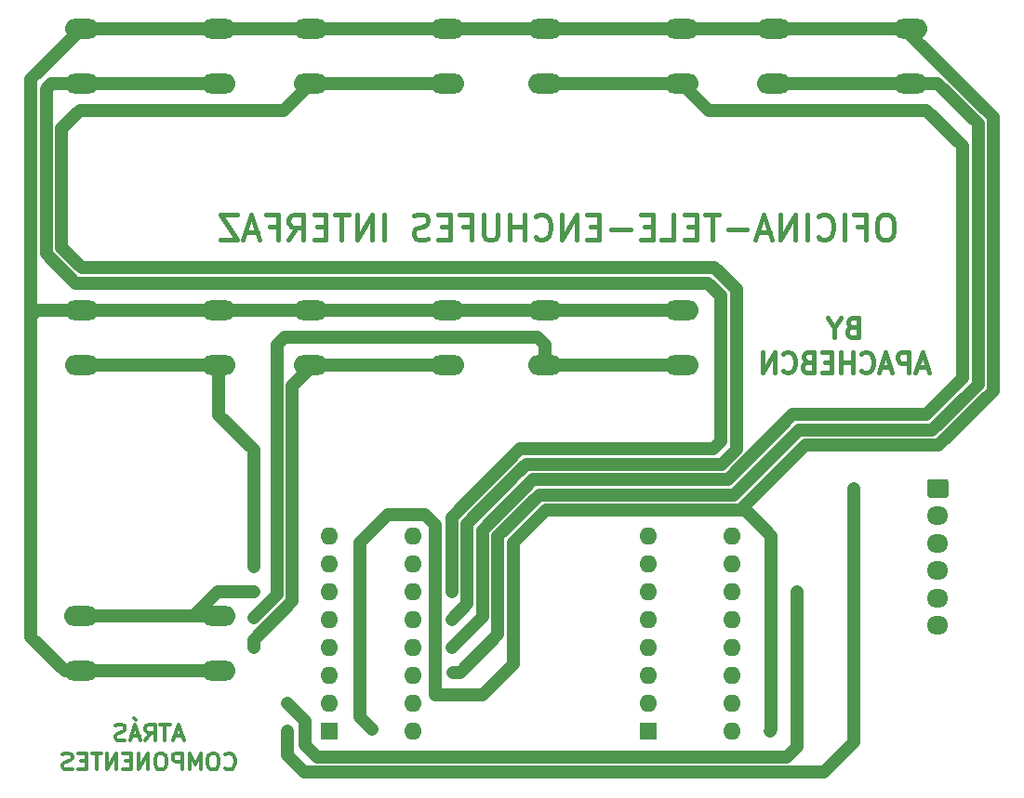
<source format=gbr>
%TF.GenerationSoftware,KiCad,Pcbnew,5.1.10*%
%TF.CreationDate,2021-07-27T03:07:11+02:00*%
%TF.ProjectId,OFICINA-TELE-ENCHUFES-INTERFAZ,4f464943-494e-4412-9d54-454c452d454e,rev?*%
%TF.SameCoordinates,Original*%
%TF.FileFunction,Copper,L2,Bot*%
%TF.FilePolarity,Positive*%
%FSLAX46Y46*%
G04 Gerber Fmt 4.6, Leading zero omitted, Abs format (unit mm)*
G04 Created by KiCad (PCBNEW 5.1.10) date 2021-07-27 03:07:11*
%MOMM*%
%LPD*%
G01*
G04 APERTURE LIST*
%TA.AperFunction,NonConductor*%
%ADD10C,0.450000*%
%TD*%
%TA.AperFunction,NonConductor*%
%ADD11C,0.375000*%
%TD*%
%TA.AperFunction,ComponentPad*%
%ADD12O,1.600000X1.600000*%
%TD*%
%TA.AperFunction,ComponentPad*%
%ADD13R,1.600000X1.600000*%
%TD*%
%TA.AperFunction,ComponentPad*%
%ADD14O,3.048000X1.850000*%
%TD*%
%TA.AperFunction,ComponentPad*%
%ADD15O,1.950000X1.700000*%
%TD*%
%TA.AperFunction,ViaPad*%
%ADD16C,0.800000*%
%TD*%
%TA.AperFunction,Conductor*%
%ADD17C,1.200000*%
%TD*%
%TA.AperFunction,Conductor*%
%ADD18C,0.800000*%
%TD*%
G04 APERTURE END LIST*
D10*
X187198285Y-78288476D02*
X186760190Y-78288476D01*
X186541142Y-78398000D01*
X186322095Y-78617047D01*
X186212571Y-79055142D01*
X186212571Y-79821809D01*
X186322095Y-80259904D01*
X186541142Y-80478952D01*
X186760190Y-80588476D01*
X187198285Y-80588476D01*
X187417333Y-80478952D01*
X187636380Y-80259904D01*
X187745904Y-79821809D01*
X187745904Y-79055142D01*
X187636380Y-78617047D01*
X187417333Y-78398000D01*
X187198285Y-78288476D01*
X184460190Y-79383714D02*
X185226857Y-79383714D01*
X185226857Y-80588476D02*
X185226857Y-78288476D01*
X184131619Y-78288476D01*
X183255428Y-80588476D02*
X183255428Y-78288476D01*
X180845904Y-80369428D02*
X180955428Y-80478952D01*
X181284000Y-80588476D01*
X181503047Y-80588476D01*
X181831619Y-80478952D01*
X182050666Y-80259904D01*
X182160190Y-80040857D01*
X182269714Y-79602761D01*
X182269714Y-79274190D01*
X182160190Y-78836095D01*
X182050666Y-78617047D01*
X181831619Y-78398000D01*
X181503047Y-78288476D01*
X181284000Y-78288476D01*
X180955428Y-78398000D01*
X180845904Y-78507523D01*
X179860190Y-80588476D02*
X179860190Y-78288476D01*
X178764952Y-80588476D02*
X178764952Y-78288476D01*
X177450666Y-80588476D01*
X177450666Y-78288476D01*
X176464952Y-79931333D02*
X175369714Y-79931333D01*
X176684000Y-80588476D02*
X175917333Y-78288476D01*
X175150666Y-80588476D01*
X174384000Y-79712285D02*
X172631619Y-79712285D01*
X171864952Y-78288476D02*
X170550666Y-78288476D01*
X171207809Y-80588476D02*
X171207809Y-78288476D01*
X169784000Y-79383714D02*
X169017333Y-79383714D01*
X168688761Y-80588476D02*
X169784000Y-80588476D01*
X169784000Y-78288476D01*
X168688761Y-78288476D01*
X166607809Y-80588476D02*
X167703047Y-80588476D01*
X167703047Y-78288476D01*
X165841142Y-79383714D02*
X165074476Y-79383714D01*
X164745904Y-80588476D02*
X165841142Y-80588476D01*
X165841142Y-78288476D01*
X164745904Y-78288476D01*
X163760190Y-79712285D02*
X162007809Y-79712285D01*
X160912571Y-79383714D02*
X160145904Y-79383714D01*
X159817333Y-80588476D02*
X160912571Y-80588476D01*
X160912571Y-78288476D01*
X159817333Y-78288476D01*
X158831619Y-80588476D02*
X158831619Y-78288476D01*
X157517333Y-80588476D01*
X157517333Y-78288476D01*
X155107809Y-80369428D02*
X155217333Y-80478952D01*
X155545904Y-80588476D01*
X155764952Y-80588476D01*
X156093523Y-80478952D01*
X156312571Y-80259904D01*
X156422095Y-80040857D01*
X156531619Y-79602761D01*
X156531619Y-79274190D01*
X156422095Y-78836095D01*
X156312571Y-78617047D01*
X156093523Y-78398000D01*
X155764952Y-78288476D01*
X155545904Y-78288476D01*
X155217333Y-78398000D01*
X155107809Y-78507523D01*
X154122095Y-80588476D02*
X154122095Y-78288476D01*
X154122095Y-79383714D02*
X152807809Y-79383714D01*
X152807809Y-80588476D02*
X152807809Y-78288476D01*
X151712571Y-78288476D02*
X151712571Y-80150380D01*
X151603047Y-80369428D01*
X151493523Y-80478952D01*
X151274476Y-80588476D01*
X150836380Y-80588476D01*
X150617333Y-80478952D01*
X150507809Y-80369428D01*
X150398285Y-80150380D01*
X150398285Y-78288476D01*
X148536380Y-79383714D02*
X149303047Y-79383714D01*
X149303047Y-80588476D02*
X149303047Y-78288476D01*
X148207809Y-78288476D01*
X147331619Y-79383714D02*
X146564952Y-79383714D01*
X146236380Y-80588476D02*
X147331619Y-80588476D01*
X147331619Y-78288476D01*
X146236380Y-78288476D01*
X145360190Y-80478952D02*
X145031619Y-80588476D01*
X144484000Y-80588476D01*
X144264952Y-80478952D01*
X144155428Y-80369428D01*
X144045904Y-80150380D01*
X144045904Y-79931333D01*
X144155428Y-79712285D01*
X144264952Y-79602761D01*
X144484000Y-79493238D01*
X144922095Y-79383714D01*
X145141142Y-79274190D01*
X145250666Y-79164666D01*
X145360190Y-78945619D01*
X145360190Y-78726571D01*
X145250666Y-78507523D01*
X145141142Y-78398000D01*
X144922095Y-78288476D01*
X144374476Y-78288476D01*
X144045904Y-78398000D01*
X141307809Y-80588476D02*
X141307809Y-78288476D01*
X140212571Y-80588476D02*
X140212571Y-78288476D01*
X138898285Y-80588476D01*
X138898285Y-78288476D01*
X138131619Y-78288476D02*
X136817333Y-78288476D01*
X137474476Y-80588476D02*
X137474476Y-78288476D01*
X136050666Y-79383714D02*
X135284000Y-79383714D01*
X134955428Y-80588476D02*
X136050666Y-80588476D01*
X136050666Y-78288476D01*
X134955428Y-78288476D01*
X132655428Y-80588476D02*
X133422095Y-79493238D01*
X133969714Y-80588476D02*
X133969714Y-78288476D01*
X133093523Y-78288476D01*
X132874476Y-78398000D01*
X132764952Y-78507523D01*
X132655428Y-78726571D01*
X132655428Y-79055142D01*
X132764952Y-79274190D01*
X132874476Y-79383714D01*
X133093523Y-79493238D01*
X133969714Y-79493238D01*
X130903047Y-79383714D02*
X131669714Y-79383714D01*
X131669714Y-80588476D02*
X131669714Y-78288476D01*
X130574476Y-78288476D01*
X129807809Y-79931333D02*
X128712571Y-79931333D01*
X130026857Y-80588476D02*
X129260190Y-78288476D01*
X128493523Y-80588476D01*
X127945904Y-78288476D02*
X126412571Y-78288476D01*
X127945904Y-80588476D01*
X126412571Y-80588476D01*
X183902857Y-88586428D02*
X183645714Y-88672142D01*
X183560000Y-88757857D01*
X183474285Y-88929285D01*
X183474285Y-89186428D01*
X183560000Y-89357857D01*
X183645714Y-89443571D01*
X183817142Y-89529285D01*
X184502857Y-89529285D01*
X184502857Y-87729285D01*
X183902857Y-87729285D01*
X183731428Y-87815000D01*
X183645714Y-87900714D01*
X183560000Y-88072142D01*
X183560000Y-88243571D01*
X183645714Y-88415000D01*
X183731428Y-88500714D01*
X183902857Y-88586428D01*
X184502857Y-88586428D01*
X182360000Y-88672142D02*
X182360000Y-89529285D01*
X182960000Y-87729285D02*
X182360000Y-88672142D01*
X181760000Y-87729285D01*
X190760000Y-92165000D02*
X189902857Y-92165000D01*
X190931428Y-92679285D02*
X190331428Y-90879285D01*
X189731428Y-92679285D01*
X189131428Y-92679285D02*
X189131428Y-90879285D01*
X188445714Y-90879285D01*
X188274285Y-90965000D01*
X188188571Y-91050714D01*
X188102857Y-91222142D01*
X188102857Y-91479285D01*
X188188571Y-91650714D01*
X188274285Y-91736428D01*
X188445714Y-91822142D01*
X189131428Y-91822142D01*
X187417142Y-92165000D02*
X186560000Y-92165000D01*
X187588571Y-92679285D02*
X186988571Y-90879285D01*
X186388571Y-92679285D01*
X184760000Y-92507857D02*
X184845714Y-92593571D01*
X185102857Y-92679285D01*
X185274285Y-92679285D01*
X185531428Y-92593571D01*
X185702857Y-92422142D01*
X185788571Y-92250714D01*
X185874285Y-91907857D01*
X185874285Y-91650714D01*
X185788571Y-91307857D01*
X185702857Y-91136428D01*
X185531428Y-90965000D01*
X185274285Y-90879285D01*
X185102857Y-90879285D01*
X184845714Y-90965000D01*
X184760000Y-91050714D01*
X183988571Y-92679285D02*
X183988571Y-90879285D01*
X183988571Y-91736428D02*
X182960000Y-91736428D01*
X182960000Y-92679285D02*
X182960000Y-90879285D01*
X182102857Y-91736428D02*
X181502857Y-91736428D01*
X181245714Y-92679285D02*
X182102857Y-92679285D01*
X182102857Y-90879285D01*
X181245714Y-90879285D01*
X179874285Y-91736428D02*
X179617142Y-91822142D01*
X179531428Y-91907857D01*
X179445714Y-92079285D01*
X179445714Y-92336428D01*
X179531428Y-92507857D01*
X179617142Y-92593571D01*
X179788571Y-92679285D01*
X180474285Y-92679285D01*
X180474285Y-90879285D01*
X179874285Y-90879285D01*
X179702857Y-90965000D01*
X179617142Y-91050714D01*
X179531428Y-91222142D01*
X179531428Y-91393571D01*
X179617142Y-91565000D01*
X179702857Y-91650714D01*
X179874285Y-91736428D01*
X180474285Y-91736428D01*
X177645714Y-92507857D02*
X177731428Y-92593571D01*
X177988571Y-92679285D01*
X178160000Y-92679285D01*
X178417142Y-92593571D01*
X178588571Y-92422142D01*
X178674285Y-92250714D01*
X178760000Y-91907857D01*
X178760000Y-91650714D01*
X178674285Y-91307857D01*
X178588571Y-91136428D01*
X178417142Y-90965000D01*
X178160000Y-90879285D01*
X177988571Y-90879285D01*
X177731428Y-90965000D01*
X177645714Y-91050714D01*
X176874285Y-92679285D02*
X176874285Y-90879285D01*
X175845714Y-92679285D01*
X175845714Y-90879285D01*
D11*
X122977714Y-125842500D02*
X122263428Y-125842500D01*
X123120571Y-126271071D02*
X122620571Y-124771071D01*
X122120571Y-126271071D01*
X121834857Y-124771071D02*
X120977714Y-124771071D01*
X121406285Y-126271071D02*
X121406285Y-124771071D01*
X119620571Y-126271071D02*
X120120571Y-125556785D01*
X120477714Y-126271071D02*
X120477714Y-124771071D01*
X119906285Y-124771071D01*
X119763428Y-124842500D01*
X119692000Y-124913928D01*
X119620571Y-125056785D01*
X119620571Y-125271071D01*
X119692000Y-125413928D01*
X119763428Y-125485357D01*
X119906285Y-125556785D01*
X120477714Y-125556785D01*
X119049142Y-125842500D02*
X118334857Y-125842500D01*
X119192000Y-126271071D02*
X118692000Y-124771071D01*
X118192000Y-126271071D01*
X118549142Y-124199642D02*
X118763428Y-124413928D01*
X117763428Y-126199642D02*
X117549142Y-126271071D01*
X117192000Y-126271071D01*
X117049142Y-126199642D01*
X116977714Y-126128214D01*
X116906285Y-125985357D01*
X116906285Y-125842500D01*
X116977714Y-125699642D01*
X117049142Y-125628214D01*
X117192000Y-125556785D01*
X117477714Y-125485357D01*
X117620571Y-125413928D01*
X117692000Y-125342500D01*
X117763428Y-125199642D01*
X117763428Y-125056785D01*
X117692000Y-124913928D01*
X117620571Y-124842500D01*
X117477714Y-124771071D01*
X117120571Y-124771071D01*
X116906285Y-124842500D01*
X126870571Y-128753214D02*
X126942000Y-128824642D01*
X127156285Y-128896071D01*
X127299142Y-128896071D01*
X127513428Y-128824642D01*
X127656285Y-128681785D01*
X127727714Y-128538928D01*
X127799142Y-128253214D01*
X127799142Y-128038928D01*
X127727714Y-127753214D01*
X127656285Y-127610357D01*
X127513428Y-127467500D01*
X127299142Y-127396071D01*
X127156285Y-127396071D01*
X126942000Y-127467500D01*
X126870571Y-127538928D01*
X125942000Y-127396071D02*
X125656285Y-127396071D01*
X125513428Y-127467500D01*
X125370571Y-127610357D01*
X125299142Y-127896071D01*
X125299142Y-128396071D01*
X125370571Y-128681785D01*
X125513428Y-128824642D01*
X125656285Y-128896071D01*
X125942000Y-128896071D01*
X126084857Y-128824642D01*
X126227714Y-128681785D01*
X126299142Y-128396071D01*
X126299142Y-127896071D01*
X126227714Y-127610357D01*
X126084857Y-127467500D01*
X125942000Y-127396071D01*
X124656285Y-128896071D02*
X124656285Y-127396071D01*
X124156285Y-128467500D01*
X123656285Y-127396071D01*
X123656285Y-128896071D01*
X122942000Y-128896071D02*
X122942000Y-127396071D01*
X122370571Y-127396071D01*
X122227714Y-127467500D01*
X122156285Y-127538928D01*
X122084857Y-127681785D01*
X122084857Y-127896071D01*
X122156285Y-128038928D01*
X122227714Y-128110357D01*
X122370571Y-128181785D01*
X122942000Y-128181785D01*
X121156285Y-127396071D02*
X120870571Y-127396071D01*
X120727714Y-127467500D01*
X120584857Y-127610357D01*
X120513428Y-127896071D01*
X120513428Y-128396071D01*
X120584857Y-128681785D01*
X120727714Y-128824642D01*
X120870571Y-128896071D01*
X121156285Y-128896071D01*
X121299142Y-128824642D01*
X121442000Y-128681785D01*
X121513428Y-128396071D01*
X121513428Y-127896071D01*
X121442000Y-127610357D01*
X121299142Y-127467500D01*
X121156285Y-127396071D01*
X119870571Y-128896071D02*
X119870571Y-127396071D01*
X119013428Y-128896071D01*
X119013428Y-127396071D01*
X118299142Y-128110357D02*
X117799142Y-128110357D01*
X117584857Y-128896071D02*
X118299142Y-128896071D01*
X118299142Y-127396071D01*
X117584857Y-127396071D01*
X116942000Y-128896071D02*
X116942000Y-127396071D01*
X116084857Y-128896071D01*
X116084857Y-127396071D01*
X115584857Y-127396071D02*
X114727714Y-127396071D01*
X115156285Y-128896071D02*
X115156285Y-127396071D01*
X114227714Y-128110357D02*
X113727714Y-128110357D01*
X113513428Y-128896071D02*
X114227714Y-128896071D01*
X114227714Y-127396071D01*
X113513428Y-127396071D01*
X112942000Y-128824642D02*
X112727714Y-128896071D01*
X112370571Y-128896071D01*
X112227714Y-128824642D01*
X112156285Y-128753214D01*
X112084857Y-128610357D01*
X112084857Y-128467500D01*
X112156285Y-128324642D01*
X112227714Y-128253214D01*
X112370571Y-128181785D01*
X112656285Y-128110357D01*
X112799142Y-128038928D01*
X112870571Y-127967500D01*
X112942000Y-127824642D01*
X112942000Y-127681785D01*
X112870571Y-127538928D01*
X112799142Y-127467500D01*
X112656285Y-127396071D01*
X112299142Y-127396071D01*
X112084857Y-127467500D01*
D12*
%TO.P,U1,16*%
%TO.N,VCC*%
X143937436Y-125363000D03*
%TO.P,U1,8*%
%TO.N,GND*%
X136317436Y-107583000D03*
%TO.P,U1,15*%
X143937436Y-122823000D03*
%TO.P,U1,7*%
%TO.N,/DATA_IN*%
X136317436Y-110123000D03*
%TO.P,U1,14*%
%TO.N,/SW4*%
X143937436Y-120283000D03*
%TO.P,U1,6*%
%TO.N,/SW_ALL_OFF1*%
X136317436Y-112663000D03*
%TO.P,U1,13*%
%TO.N,/SW3*%
X143937436Y-117743000D03*
%TO.P,U1,5*%
%TO.N,/SW7*%
X136317436Y-115203000D03*
%TO.P,U1,12*%
%TO.N,/SW2*%
X143937436Y-115203000D03*
%TO.P,U1,4*%
%TO.N,/SW6*%
X136317436Y-117743000D03*
%TO.P,U1,11*%
%TO.N,/SW1*%
X143937436Y-112663000D03*
%TO.P,U1,3*%
%TO.N,/SW5*%
X136317436Y-120283000D03*
%TO.P,U1,10*%
%TO.N,Net-(U1-Pad10)*%
X143937436Y-110123000D03*
%TO.P,U1,2*%
%TO.N,/CLOCK*%
X136317436Y-122823000D03*
%TO.P,U1,9*%
%TO.N,Net-(U1-Pad9)*%
X143937436Y-107583000D03*
D13*
%TO.P,U1,1*%
%TO.N,/LOAD*%
X136317436Y-125363000D03*
%TD*%
D12*
%TO.P,U2,16*%
%TO.N,VCC*%
X173045000Y-125363000D03*
%TO.P,U2,8*%
%TO.N,GND*%
X165425000Y-107583000D03*
%TO.P,U2,15*%
%TO.N,/RD1*%
X173045000Y-122823000D03*
%TO.P,U2,7*%
%TO.N,Net-(U2-Pad7)*%
X165425000Y-110123000D03*
%TO.P,U2,14*%
%TO.N,/DATA*%
X173045000Y-120283000D03*
%TO.P,U2,6*%
%TO.N,/RD7*%
X165425000Y-112663000D03*
%TO.P,U2,13*%
%TO.N,GND*%
X173045000Y-117743000D03*
%TO.P,U2,5*%
%TO.N,/RD6*%
X165425000Y-115203000D03*
%TO.P,U2,12*%
%TO.N,/LATCH*%
X173045000Y-115203000D03*
%TO.P,U2,4*%
%TO.N,/RD5*%
X165425000Y-117743000D03*
%TO.P,U2,11*%
%TO.N,/CLOCK*%
X173045000Y-112663000D03*
%TO.P,U2,3*%
%TO.N,/RD4*%
X165425000Y-120283000D03*
%TO.P,U2,10*%
%TO.N,VCC*%
X173045000Y-110123000D03*
%TO.P,U2,2*%
%TO.N,/RD3*%
X165425000Y-122823000D03*
%TO.P,U2,9*%
%TO.N,Net-(U2-Pad9)*%
X173045000Y-107583000D03*
D13*
%TO.P,U2,1*%
%TO.N,/RD2*%
X165425000Y-125363000D03*
%TD*%
D14*
%TO.P,SW1,1*%
%TO.N,VCC*%
X126300000Y-61393000D03*
%TO.P,SW1,2*%
%TO.N,/SW1*%
X126300000Y-66393000D03*
%TO.P,SW1,1*%
%TO.N,VCC*%
X113800000Y-61393000D03*
%TO.P,SW1,2*%
%TO.N,/SW1*%
X113800000Y-66393000D03*
%TD*%
D15*
%TO.P,J1,6*%
%TO.N,VCC*%
X191760000Y-115770000D03*
%TO.P,J1,5*%
%TO.N,GND*%
X191760000Y-113270000D03*
%TO.P,J1,4*%
%TO.N,/CLOCK*%
X191760000Y-110770000D03*
%TO.P,J1,3*%
%TO.N,/DATA*%
X191760000Y-108270000D03*
%TO.P,J1,2*%
%TO.N,/LATCH*%
X191760000Y-105770000D03*
%TO.P,J1,1*%
%TO.N,/LOAD*%
%TA.AperFunction,ComponentPad*%
G36*
G01*
X191035000Y-102420000D02*
X192485000Y-102420000D01*
G75*
G02*
X192735000Y-102670000I0J-250000D01*
G01*
X192735000Y-103870000D01*
G75*
G02*
X192485000Y-104120000I-250000J0D01*
G01*
X191035000Y-104120000D01*
G75*
G02*
X190785000Y-103870000I0J250000D01*
G01*
X190785000Y-102670000D01*
G75*
G02*
X191035000Y-102420000I250000J0D01*
G01*
G37*
%TD.AperFunction*%
%TD*%
D14*
%TO.P,SW_ALL_OFF1,1*%
%TO.N,VCC*%
X113784436Y-119920000D03*
%TO.P,SW_ALL_OFF1,2*%
%TO.N,/SW_ALL_OFF1*%
X113784436Y-114920000D03*
%TO.P,SW_ALL_OFF1,1*%
%TO.N,VCC*%
X126284436Y-119920000D03*
%TO.P,SW_ALL_OFF1,2*%
%TO.N,/SW_ALL_OFF1*%
X126284436Y-114920000D03*
%TD*%
%TO.P,SW7,2*%
%TO.N,/SW7*%
X155964000Y-92047000D03*
%TO.P,SW7,1*%
%TO.N,VCC*%
X155964000Y-87047000D03*
%TO.P,SW7,2*%
%TO.N,/SW7*%
X168464000Y-92047000D03*
%TO.P,SW7,1*%
%TO.N,VCC*%
X168464000Y-87047000D03*
%TD*%
%TO.P,SW6,1*%
%TO.N,VCC*%
X147128000Y-87047000D03*
%TO.P,SW6,2*%
%TO.N,/SW6*%
X147128000Y-92047000D03*
%TO.P,SW6,1*%
%TO.N,VCC*%
X134628000Y-87047000D03*
%TO.P,SW6,2*%
%TO.N,/SW6*%
X134628000Y-92047000D03*
%TD*%
%TO.P,SW5,1*%
%TO.N,VCC*%
X126300000Y-87047000D03*
%TO.P,SW5,2*%
%TO.N,/SW5*%
X126300000Y-92047000D03*
%TO.P,SW5,1*%
%TO.N,VCC*%
X113800000Y-87047000D03*
%TO.P,SW5,2*%
%TO.N,/SW5*%
X113800000Y-92047000D03*
%TD*%
%TO.P,SW4,1*%
%TO.N,VCC*%
X189292000Y-61393000D03*
%TO.P,SW4,2*%
%TO.N,/SW4*%
X189292000Y-66393000D03*
%TO.P,SW4,1*%
%TO.N,VCC*%
X176792000Y-61393000D03*
%TO.P,SW4,2*%
%TO.N,/SW4*%
X176792000Y-66393000D03*
%TD*%
%TO.P,SW3,2*%
%TO.N,/SW3*%
X155964000Y-66393000D03*
%TO.P,SW3,1*%
%TO.N,VCC*%
X155964000Y-61393000D03*
%TO.P,SW3,2*%
%TO.N,/SW3*%
X168464000Y-66393000D03*
%TO.P,SW3,1*%
%TO.N,VCC*%
X168464000Y-61393000D03*
%TD*%
%TO.P,SW2,1*%
%TO.N,VCC*%
X147128000Y-61393000D03*
%TO.P,SW2,2*%
%TO.N,/SW2*%
X147128000Y-66393000D03*
%TO.P,SW2,1*%
%TO.N,VCC*%
X134628000Y-61393000D03*
%TO.P,SW2,2*%
%TO.N,/SW2*%
X134628000Y-66393000D03*
%TD*%
D16*
%TO.N,/CLOCK*%
X132507436Y-122823000D03*
X178971436Y-112663000D03*
%TO.N,VCC*%
X140254436Y-125254000D03*
X176594436Y-110123000D03*
X176467436Y-125363000D03*
%TO.N,/SW1*%
X147493436Y-112681000D03*
%TO.N,/SW4*%
X147620436Y-120047000D03*
%TO.N,/SW3*%
X147493436Y-117761000D03*
%TO.N,/SW5*%
X129477000Y-110395000D03*
%TO.N,/SW6*%
X129459436Y-117761000D03*
%TO.N,/SW7*%
X129459436Y-115094000D03*
%TO.N,/SW_ALL_OFF1*%
X129459436Y-112681000D03*
%TO.N,/SW2*%
X147493436Y-115221000D03*
%TO.N,/LOAD*%
X132531000Y-125363000D03*
X184069436Y-103283000D03*
%TD*%
D17*
%TO.N,/CLOCK*%
X135244990Y-127743990D02*
X134120000Y-126619000D01*
D18*
%TO.N,VCC*%
X189292000Y-61393000D02*
X113800000Y-61393000D01*
D17*
X132240400Y-87047000D02*
X134882000Y-87047000D01*
X131072000Y-87047000D02*
X132240400Y-87047000D01*
X126300000Y-87047000D02*
X131072000Y-87047000D01*
X126300000Y-87047000D02*
X113800000Y-87047000D01*
X147128000Y-87047000D02*
X168464000Y-87047000D01*
X134628000Y-87047000D02*
X147128000Y-87047000D01*
X189292000Y-61393000D02*
X176792000Y-61393000D01*
X168464000Y-61393000D02*
X176792000Y-61393000D01*
X168464000Y-61393000D02*
X155964000Y-61393000D01*
X147128000Y-61393000D02*
X155964000Y-61393000D01*
X147128000Y-61393000D02*
X134628000Y-61393000D01*
X134628000Y-61393000D02*
X126300000Y-61393000D01*
X126300000Y-61393000D02*
X113800000Y-61393000D01*
X113800000Y-61393000D02*
X109200000Y-65993000D01*
X113800000Y-87047000D02*
X109753000Y-87047000D01*
X109753000Y-87047000D02*
X109200000Y-87600000D01*
X109200000Y-65993000D02*
X109200000Y-87600000D01*
D18*
%TO.N,/SW1*%
X124972200Y-66393000D02*
X125331600Y-66752400D01*
D17*
X113800000Y-66393000D02*
X126300000Y-66393000D01*
%TO.N,/SW3*%
X155964000Y-66393000D02*
X168464000Y-66393000D01*
%TO.N,/SW4*%
X176792000Y-66393000D02*
X189292000Y-66393000D01*
%TO.N,/CLOCK*%
X132507436Y-122823000D02*
X133960872Y-124276436D01*
X134120000Y-124435564D02*
X133960872Y-124276436D01*
X134120000Y-126619000D02*
X134120000Y-124435564D01*
X172435446Y-127743990D02*
X178023446Y-127743990D01*
X172435446Y-127743990D02*
X135244990Y-127743990D01*
X178971436Y-126796000D02*
X178971436Y-112663000D01*
X178023446Y-127743990D02*
X178971436Y-126796000D01*
%TO.N,VCC*%
X150287436Y-122079000D02*
X153093476Y-119272960D01*
X145969436Y-106585000D02*
X145969436Y-122079000D01*
X145969436Y-122079000D02*
X150287436Y-122079000D01*
X139111436Y-124111000D02*
X139111436Y-108236000D01*
X140254436Y-125254000D02*
X139111436Y-124111000D01*
X153093476Y-119272960D02*
X153093476Y-108223960D01*
X156042314Y-105275122D02*
X153093476Y-108223960D01*
X145080436Y-105696000D02*
X145969436Y-106585000D01*
X141651436Y-105696000D02*
X145080436Y-105696000D01*
X139111436Y-108236000D02*
X141651436Y-105696000D01*
X189292000Y-61942000D02*
X196810000Y-69460000D01*
X189292000Y-61393000D02*
X189292000Y-61942000D01*
X196809998Y-94375263D02*
X191833242Y-99352020D01*
X196810000Y-93215457D02*
X196809998Y-94375263D01*
X196810000Y-90288436D02*
X196810000Y-93215457D01*
X196810000Y-69460000D02*
X196810000Y-90288436D01*
X191833242Y-99352020D02*
X179716153Y-99352020D01*
X173793051Y-105275122D02*
X170647314Y-105275122D01*
X179716153Y-99352020D02*
X173793051Y-105275122D01*
X170647314Y-105275122D02*
X156042314Y-105275122D01*
X173793051Y-105275122D02*
X174250558Y-105275122D01*
X176594436Y-107619000D02*
X176594436Y-110123000D01*
X174250558Y-105275122D02*
X176594436Y-107619000D01*
X176594436Y-110123000D02*
X176594436Y-125236000D01*
X176594436Y-125236000D02*
X176467436Y-125363000D01*
X113784436Y-119920000D02*
X112314436Y-119920000D01*
X109200000Y-116805564D02*
X109200000Y-106524436D01*
X112314436Y-119920000D02*
X109200000Y-116805564D01*
X109200000Y-87600000D02*
X109200000Y-106524436D01*
X113784436Y-119920000D02*
X126284436Y-119920000D01*
%TO.N,/SW1*%
X113236000Y-84546000D02*
X170845524Y-84546000D01*
X110600010Y-81910010D02*
X113236000Y-84546000D01*
X110600010Y-66868990D02*
X110600010Y-81910010D01*
X111076000Y-66393000D02*
X110600010Y-66868990D01*
X170845524Y-84546000D02*
X172001426Y-85701902D01*
X113800000Y-66393000D02*
X111076000Y-66393000D01*
X172001426Y-85701902D02*
X172001426Y-92237010D01*
X147493436Y-105904349D02*
X147493436Y-112681000D01*
X153722703Y-99675082D02*
X147493436Y-105904349D01*
X171294354Y-99675082D02*
X153722703Y-99675082D01*
X172001426Y-98968010D02*
X171294354Y-99675082D01*
X172001426Y-92237010D02*
X172001426Y-98968010D01*
%TO.N,/SW3*%
X150293456Y-114960980D02*
X147493436Y-117761000D01*
X150293456Y-107064155D02*
X150293456Y-114960980D01*
X154882509Y-102475102D02*
X150293456Y-107064155D01*
X190673436Y-96552000D02*
X178556349Y-96552000D01*
X178556349Y-96552000D02*
X172633247Y-102475102D01*
X194009980Y-93215456D02*
X190673436Y-96552000D01*
X194009980Y-72069980D02*
X194009980Y-93215456D01*
X172633247Y-102475102D02*
X154882509Y-102475102D01*
X190746000Y-68806000D02*
X194009980Y-72069980D01*
X170877000Y-68806000D02*
X190746000Y-68806000D01*
X168464000Y-66393000D02*
X170877000Y-68806000D01*
%TO.N,/SW4*%
X151693466Y-116608970D02*
X148255436Y-120047000D01*
X155462411Y-103875112D02*
X151693466Y-107644057D01*
X191253339Y-97952010D02*
X179136251Y-97952010D01*
X151693466Y-107644057D02*
X151693466Y-116608970D01*
X173213149Y-103875112D02*
X155462411Y-103875112D01*
X194589882Y-94615466D02*
X191253339Y-97952010D01*
X148255436Y-120047000D02*
X147620436Y-120047000D01*
X195409990Y-93795359D02*
X194589882Y-94615466D01*
X195409990Y-70039902D02*
X195409990Y-93795359D01*
X191763088Y-66393000D02*
X195409990Y-70039902D01*
X179136251Y-97952010D02*
X173213149Y-103875112D01*
X189292000Y-66393000D02*
X191763088Y-66393000D01*
%TO.N,/SW5*%
X126300000Y-92047000D02*
X113800000Y-92047000D01*
X126300000Y-92047000D02*
X126300000Y-96567000D01*
X126300000Y-96567000D02*
X129477000Y-99744000D01*
X129477000Y-110395000D02*
X129477000Y-99744000D01*
%TO.N,/SW6*%
X138415000Y-92047000D02*
X147128000Y-92047000D01*
X134628000Y-92047000D02*
X138415000Y-92047000D01*
X129459436Y-117761000D02*
X129459436Y-117195315D01*
X134628000Y-92047000D02*
X134628000Y-92272436D01*
X134628000Y-92272436D02*
X132995010Y-93905426D01*
X129459436Y-117073913D02*
X129459436Y-117195315D01*
X132995010Y-113538339D02*
X129459436Y-117073913D01*
X132995010Y-93905426D02*
X132995010Y-113538339D01*
%TO.N,/SW7*%
X162444800Y-92047000D02*
X155964000Y-92047000D01*
X162444800Y-92047000D02*
X168464000Y-92047000D01*
X130665936Y-113887500D02*
X129459436Y-115094000D01*
X131595000Y-112958436D02*
X130665936Y-113887500D01*
X131595000Y-90209000D02*
X131595000Y-112958436D01*
X132329000Y-89475000D02*
X131595000Y-90209000D01*
X155309000Y-89475000D02*
X132329000Y-89475000D01*
X155964000Y-90130000D02*
X155309000Y-89475000D01*
X155964000Y-92047000D02*
X155964000Y-90130000D01*
%TO.N,/SW_ALL_OFF1*%
X126190436Y-112681000D02*
X123951436Y-114920000D01*
X129459436Y-112681000D02*
X126190436Y-112681000D01*
X123951436Y-114920000D02*
X126284436Y-114920000D01*
X113784436Y-114920000D02*
X123951436Y-114920000D01*
D18*
%TO.N,/SW2*%
X146366000Y-66393000D02*
X133866000Y-66393000D01*
D17*
X134628000Y-66393000D02*
X147128000Y-66393000D01*
X148893446Y-113820990D02*
X147493436Y-115221000D01*
X171425426Y-83145990D02*
X173401436Y-85122000D01*
X113815902Y-83145990D02*
X171425426Y-83145990D01*
X112000020Y-81330108D02*
X113815902Y-83145990D01*
X112000020Y-70479980D02*
X112000020Y-81330108D01*
X113671000Y-68809000D02*
X112000020Y-70479980D01*
X132212000Y-68809000D02*
X113671000Y-68809000D01*
X134628000Y-66393000D02*
X132212000Y-68809000D01*
X173401436Y-93123000D02*
X173401436Y-99727000D01*
X173401436Y-85122000D02*
X173401436Y-93123000D01*
X173401436Y-99727000D02*
X172053344Y-101075092D01*
X154302606Y-101075092D02*
X153482499Y-101895200D01*
X172053344Y-101075092D02*
X154302606Y-101075092D01*
X148893446Y-106484253D02*
X148893446Y-113820990D01*
X153482499Y-101895200D02*
X148893446Y-106484253D01*
%TO.N,/LOAD*%
X134065000Y-129154000D02*
X132528000Y-127617000D01*
X138140000Y-129154000D02*
X134065000Y-129154000D01*
X132528000Y-125366000D02*
X132531000Y-125363000D01*
X132528000Y-127617000D02*
X132528000Y-125366000D01*
X184069436Y-126430000D02*
X181355436Y-129144000D01*
X184069436Y-103283000D02*
X184069436Y-126430000D01*
X138150000Y-129144000D02*
X181355436Y-129144000D01*
%TD*%
M02*

</source>
